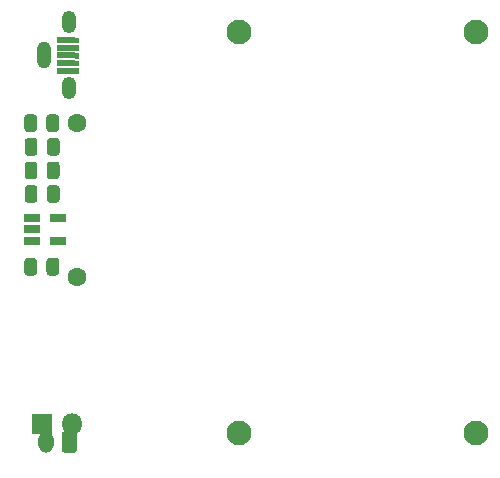
<source format=gbr>
%TF.GenerationSoftware,KiCad,Pcbnew,(5.1.6)-1*%
%TF.CreationDate,2020-12-02T11:33:46-05:00*%
%TF.ProjectId,HP_classic,48505f63-6c61-4737-9369-632e6b696361,2*%
%TF.SameCoordinates,Original*%
%TF.FileFunction,Soldermask,Top*%
%TF.FilePolarity,Negative*%
%FSLAX46Y46*%
G04 Gerber Fmt 4.6, Leading zero omitted, Abs format (unit mm)*
G04 Created by KiCad (PCBNEW (5.1.6)-1) date 2020-12-02 11:33:46*
%MOMM*%
%LPD*%
G01*
G04 APERTURE LIST*
%ADD10C,0.100000*%
%ADD11R,1.400000X0.750000*%
%ADD12R,1.800000X1.800000*%
%ADD13O,1.800000X1.800000*%
%ADD14R,1.600000X0.550000*%
%ADD15O,1.200000X1.900000*%
%ADD16O,1.200000X2.300000*%
%ADD17O,1.300000X1.850000*%
%ADD18C,1.600000*%
%ADD19C,2.100000*%
G04 APERTURE END LIST*
D10*
G36*
X155300000Y-111500000D02*
G01*
X155050000Y-111500000D01*
X155050000Y-111100000D01*
X155300000Y-111100000D01*
X155300000Y-111500000D01*
G37*
X155300000Y-111500000D02*
X155050000Y-111500000D01*
X155050000Y-111100000D01*
X155300000Y-111100000D01*
X155300000Y-111500000D01*
G36*
X155300000Y-110850000D02*
G01*
X155050000Y-110850000D01*
X155050000Y-110450000D01*
X155300000Y-110450000D01*
X155300000Y-110850000D01*
G37*
X155300000Y-110850000D02*
X155050000Y-110850000D01*
X155050000Y-110450000D01*
X155300000Y-110450000D01*
X155300000Y-110850000D01*
G36*
X155300000Y-110200000D02*
G01*
X155050000Y-110200000D01*
X155050000Y-109800000D01*
X155300000Y-109800000D01*
X155300000Y-110200000D01*
G37*
X155300000Y-110200000D02*
X155050000Y-110200000D01*
X155050000Y-109800000D01*
X155300000Y-109800000D01*
X155300000Y-110200000D01*
G36*
X155300000Y-109550000D02*
G01*
X155050000Y-109550000D01*
X155050000Y-109150000D01*
X155300000Y-109150000D01*
X155300000Y-109550000D01*
G37*
X155300000Y-109550000D02*
X155050000Y-109550000D01*
X155050000Y-109150000D01*
X155300000Y-109150000D01*
X155300000Y-109550000D01*
G36*
X155300000Y-108900000D02*
G01*
X155050000Y-108900000D01*
X155050000Y-108500000D01*
X155300000Y-108500000D01*
X155300000Y-108900000D01*
G37*
X155300000Y-108900000D02*
X155050000Y-108900000D01*
X155050000Y-108500000D01*
X155300000Y-108500000D01*
X155300000Y-108900000D01*
D11*
%TO.C,U1*%
X151400000Y-123800000D03*
X151400000Y-124750000D03*
X151400000Y-125700000D03*
X153600000Y-125700000D03*
X153600000Y-123800000D03*
%TD*%
D12*
%TO.C,J3*%
X152300000Y-141200000D03*
D13*
X154840000Y-141200000D03*
%TD*%
%TO.C,C1*%
G36*
G01*
X151862500Y-115268750D02*
X151862500Y-116231250D01*
G75*
G02*
X151593750Y-116500000I-268750J0D01*
G01*
X151056250Y-116500000D01*
G75*
G02*
X150787500Y-116231250I0J268750D01*
G01*
X150787500Y-115268750D01*
G75*
G02*
X151056250Y-115000000I268750J0D01*
G01*
X151593750Y-115000000D01*
G75*
G02*
X151862500Y-115268750I0J-268750D01*
G01*
G37*
G36*
G01*
X153737500Y-115268750D02*
X153737500Y-116231250D01*
G75*
G02*
X153468750Y-116500000I-268750J0D01*
G01*
X152931250Y-116500000D01*
G75*
G02*
X152662500Y-116231250I0J268750D01*
G01*
X152662500Y-115268750D01*
G75*
G02*
X152931250Y-115000000I268750J0D01*
G01*
X153468750Y-115000000D01*
G75*
G02*
X153737500Y-115268750I0J-268750D01*
G01*
G37*
%TD*%
%TO.C,D1*%
G36*
G01*
X150825000Y-118231250D02*
X150825000Y-117268750D01*
G75*
G02*
X151093750Y-117000000I268750J0D01*
G01*
X151631250Y-117000000D01*
G75*
G02*
X151900000Y-117268750I0J-268750D01*
G01*
X151900000Y-118231250D01*
G75*
G02*
X151631250Y-118500000I-268750J0D01*
G01*
X151093750Y-118500000D01*
G75*
G02*
X150825000Y-118231250I0J268750D01*
G01*
G37*
G36*
G01*
X152700000Y-118231250D02*
X152700000Y-117268750D01*
G75*
G02*
X152968750Y-117000000I268750J0D01*
G01*
X153506250Y-117000000D01*
G75*
G02*
X153775000Y-117268750I0J-268750D01*
G01*
X153775000Y-118231250D01*
G75*
G02*
X153506250Y-118500000I-268750J0D01*
G01*
X152968750Y-118500000D01*
G75*
G02*
X152700000Y-118231250I0J268750D01*
G01*
G37*
%TD*%
%TO.C,R1*%
G36*
G01*
X153775000Y-121268750D02*
X153775000Y-122231250D01*
G75*
G02*
X153506250Y-122500000I-268750J0D01*
G01*
X152968750Y-122500000D01*
G75*
G02*
X152700000Y-122231250I0J268750D01*
G01*
X152700000Y-121268750D01*
G75*
G02*
X152968750Y-121000000I268750J0D01*
G01*
X153506250Y-121000000D01*
G75*
G02*
X153775000Y-121268750I0J-268750D01*
G01*
G37*
G36*
G01*
X151900000Y-121268750D02*
X151900000Y-122231250D01*
G75*
G02*
X151631250Y-122500000I-268750J0D01*
G01*
X151093750Y-122500000D01*
G75*
G02*
X150825000Y-122231250I0J268750D01*
G01*
X150825000Y-121268750D01*
G75*
G02*
X151093750Y-121000000I268750J0D01*
G01*
X151631250Y-121000000D01*
G75*
G02*
X151900000Y-121268750I0J-268750D01*
G01*
G37*
%TD*%
%TO.C,R2*%
G36*
G01*
X151900000Y-119268750D02*
X151900000Y-120231250D01*
G75*
G02*
X151631250Y-120500000I-268750J0D01*
G01*
X151093750Y-120500000D01*
G75*
G02*
X150825000Y-120231250I0J268750D01*
G01*
X150825000Y-119268750D01*
G75*
G02*
X151093750Y-119000000I268750J0D01*
G01*
X151631250Y-119000000D01*
G75*
G02*
X151900000Y-119268750I0J-268750D01*
G01*
G37*
G36*
G01*
X153775000Y-119268750D02*
X153775000Y-120231250D01*
G75*
G02*
X153506250Y-120500000I-268750J0D01*
G01*
X152968750Y-120500000D01*
G75*
G02*
X152700000Y-120231250I0J268750D01*
G01*
X152700000Y-119268750D01*
G75*
G02*
X152968750Y-119000000I268750J0D01*
G01*
X153506250Y-119000000D01*
G75*
G02*
X153775000Y-119268750I0J-268750D01*
G01*
G37*
%TD*%
D14*
%TO.C,J1*%
X154325000Y-110000000D03*
X154325000Y-110650000D03*
X154325000Y-109350000D03*
X154325000Y-111300000D03*
X154325000Y-108700000D03*
D15*
X154575000Y-107200000D03*
X154575000Y-112800000D03*
D16*
X152425000Y-110000000D03*
%TD*%
%TO.C,J2*%
G36*
G01*
X155250000Y-142095832D02*
X155250000Y-143404168D01*
G75*
G02*
X154979168Y-143675000I-270832J0D01*
G01*
X154220832Y-143675000D01*
G75*
G02*
X153950000Y-143404168I0J270832D01*
G01*
X153950000Y-142095832D01*
G75*
G02*
X154220832Y-141825000I270832J0D01*
G01*
X154979168Y-141825000D01*
G75*
G02*
X155250000Y-142095832I0J-270832D01*
G01*
G37*
D17*
X152600000Y-142750000D03*
%TD*%
D18*
%TO.C,TP1*%
X155250000Y-115700000D03*
%TD*%
%TO.C,TP2*%
X155250000Y-128750000D03*
%TD*%
D19*
%TO.C,H1*%
X189000000Y-108000000D03*
%TD*%
%TO.C,H2*%
X169000000Y-108000000D03*
%TD*%
%TO.C,H3*%
X189000000Y-142000000D03*
%TD*%
%TO.C,H4*%
X169000000Y-142000000D03*
%TD*%
%TO.C,C2*%
G36*
G01*
X153737500Y-127418750D02*
X153737500Y-128381250D01*
G75*
G02*
X153468750Y-128650000I-268750J0D01*
G01*
X152931250Y-128650000D01*
G75*
G02*
X152662500Y-128381250I0J268750D01*
G01*
X152662500Y-127418750D01*
G75*
G02*
X152931250Y-127150000I268750J0D01*
G01*
X153468750Y-127150000D01*
G75*
G02*
X153737500Y-127418750I0J-268750D01*
G01*
G37*
G36*
G01*
X151862500Y-127418750D02*
X151862500Y-128381250D01*
G75*
G02*
X151593750Y-128650000I-268750J0D01*
G01*
X151056250Y-128650000D01*
G75*
G02*
X150787500Y-128381250I0J268750D01*
G01*
X150787500Y-127418750D01*
G75*
G02*
X151056250Y-127150000I268750J0D01*
G01*
X151593750Y-127150000D01*
G75*
G02*
X151862500Y-127418750I0J-268750D01*
G01*
G37*
%TD*%
M02*

</source>
